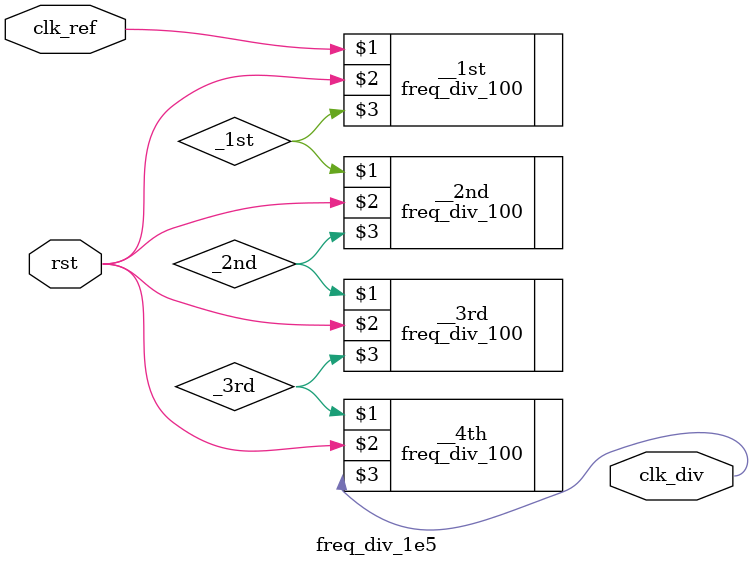
<source format=v>
`timescale 1ns / 1ps

module freq_div_1e5(clk_ref, rst, clk_div);
	input clk_ref;
	input rst;
	output clk_div;
	
	wire _1st, _2nd, _3rd;
	
	freq_div_100 __1st (clk_ref, rst, _1st); //div 100
	freq_div_100 __2nd (_1st, rst, _2nd);    //div 100*100
	freq_div_100 __3rd (_2nd, rst, _3rd); //div 100*100*100 =1M
	freq_div_100 __4th (_3rd, rst, clk_div); //div 1M*100

endmodule

</source>
